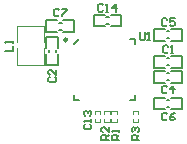
<source format=gto>
G04*
G04 #@! TF.GenerationSoftware,Altium Limited,Altium Designer,25.5.2 (35)*
G04*
G04 Layer_Color=14737632*
%FSLAX24Y24*%
%MOIN*%
G70*
G04*
G04 #@! TF.SameCoordinates,3B20E17A-DEC6-4BF0-B8A2-CF9C5BD55609*
G04*
G04*
G04 #@! TF.FilePolarity,Positive*
G04*
G01*
G75*
%ADD10C,0.0098*%
%ADD11C,0.0039*%
%ADD12C,0.0079*%
%ADD13C,0.0060*%
%ADD14C,0.0049*%
%ADD15C,0.0059*%
%ADD16C,0.0050*%
D10*
X-1250Y984D02*
G03*
X-1250Y984I-49J0D01*
G01*
D11*
X-2930Y147D02*
Y697D01*
Y147D02*
X-2030D01*
Y697D01*
Y897D02*
Y1447D01*
X-2930D02*
X-2030D01*
X-2930Y897D02*
Y1447D01*
D12*
X-1860Y571D02*
Y650D01*
X-1624Y571D02*
Y650D01*
X2077Y-364D02*
X2156D01*
X2077Y-128D02*
X2156D01*
X59Y1506D02*
X138D01*
X59Y1742D02*
X138D01*
X2077Y1264D02*
X2156D01*
X2077Y1028D02*
X2156D01*
X2077Y-1024D02*
X2156D01*
X2077Y-1260D02*
X2156D01*
X-1516Y1319D02*
X-1437D01*
X-1516Y1555D02*
X-1437D01*
X2077Y364D02*
X2156D01*
X2077Y128D02*
X2156D01*
D13*
X-1939Y148D02*
Y512D01*
Y709D02*
Y1073D01*
X-1545Y148D02*
Y512D01*
Y709D02*
Y1073D01*
X-1939D02*
X-1545D01*
X-1939Y148D02*
X-1545D01*
X1654Y-443D02*
Y-49D01*
X2579Y-443D02*
Y-49D01*
X2215Y-443D02*
X2579D01*
X1654D02*
X2018D01*
X2215Y-49D02*
X2579D01*
X1654D02*
X2018D01*
X-364Y1427D02*
Y1821D01*
X561Y1427D02*
Y1821D01*
X197Y1427D02*
X561D01*
X-364D02*
X0D01*
X197Y1821D02*
X561D01*
X-364D02*
X0D01*
X1654Y1343D02*
X2018D01*
X2215D02*
X2579D01*
X1654Y949D02*
X2018D01*
X2215D02*
X2579D01*
Y1343D01*
X1654Y949D02*
Y1343D01*
Y-945D02*
X2018D01*
X2215D02*
X2579D01*
X1654Y-1339D02*
X2018D01*
X2215D02*
X2579D01*
Y-945D01*
X1654Y-1339D02*
Y-945D01*
X-1378Y1240D02*
X-1014D01*
X-1939D02*
X-1575D01*
X-1378Y1634D02*
X-1014D01*
X-1939D02*
X-1575D01*
X-1939Y1240D02*
Y1634D01*
X-1014Y1240D02*
Y1634D01*
X1654Y443D02*
X2018D01*
X2215D02*
X2579D01*
X1654Y49D02*
X2018D01*
X2215D02*
X2579D01*
Y443D01*
X1654Y49D02*
Y443D01*
D14*
X937Y-1768D02*
X1110D01*
X937Y-1382D02*
X1110D01*
Y-1506D02*
Y-1382D01*
Y-1768D02*
Y-1644D01*
X937Y-1506D02*
Y-1382D01*
Y-1768D02*
Y-1644D01*
X-323Y-1768D02*
Y-1644D01*
Y-1506D02*
Y-1382D01*
X-150Y-1768D02*
Y-1644D01*
Y-1506D02*
Y-1382D01*
X-323D02*
X-150D01*
X-323Y-1768D02*
X-150D01*
X-8Y-1768D02*
Y-1644D01*
Y-1506D02*
Y-1382D01*
X165Y-1768D02*
Y-1644D01*
Y-1506D02*
Y-1382D01*
X-8D02*
X165D01*
X-8Y-1768D02*
X165D01*
X228D02*
Y-1644D01*
Y-1506D02*
Y-1382D01*
X402Y-1768D02*
Y-1644D01*
Y-1506D02*
Y-1382D01*
X228D02*
X402D01*
X228Y-1768D02*
X402D01*
D15*
X-1014Y856D02*
X-856Y1014D01*
X856D02*
X1014D01*
Y856D02*
Y1014D01*
Y-1014D02*
Y-856D01*
X856Y-1014D02*
X1014D01*
X-1014D02*
Y-856D01*
Y-1014D02*
X-856D01*
D16*
X-47Y2131D02*
X-89Y2172D01*
X-172D01*
X-214Y2131D01*
Y1964D01*
X-172Y1922D01*
X-89D01*
X-47Y1964D01*
X36Y1922D02*
X119D01*
X78D01*
Y2172D01*
X36Y2131D01*
X369Y1922D02*
Y2172D01*
X244Y2047D01*
X411D01*
X2084Y1658D02*
X2043Y1700D01*
X1959D01*
X1918Y1658D01*
Y1491D01*
X1959Y1450D01*
X2043D01*
X2084Y1491D01*
X2334Y1700D02*
X2168D01*
Y1575D01*
X2251Y1616D01*
X2293D01*
X2334Y1575D01*
Y1491D01*
X2293Y1450D01*
X2209D01*
X2168Y1491D01*
X1172Y1227D02*
Y1019D01*
X1214Y977D01*
X1297D01*
X1339Y1019D01*
Y1227D01*
X1422Y977D02*
X1505D01*
X1464D01*
Y1227D01*
X1422Y1186D01*
X-654Y-1839D02*
X-696Y-1880D01*
Y-1964D01*
X-654Y-2005D01*
X-488D01*
X-446Y-1964D01*
Y-1880D01*
X-488Y-1839D01*
X-446Y-1755D02*
Y-1672D01*
Y-1714D01*
X-696D01*
X-654Y-1755D01*
Y-1547D02*
X-696Y-1505D01*
Y-1422D01*
X-654Y-1381D01*
X-613D01*
X-571Y-1422D01*
Y-1464D01*
Y-1422D01*
X-529Y-1381D01*
X-488D01*
X-446Y-1422D01*
Y-1505D01*
X-488Y-1547D01*
X1149Y-2352D02*
X899D01*
Y-2227D01*
X940Y-2185D01*
X1024D01*
X1065Y-2227D01*
Y-2352D01*
Y-2268D02*
X1149Y-2185D01*
X940Y-2102D02*
X899Y-2060D01*
Y-1977D01*
X940Y-1935D01*
X982D01*
X1024Y-1977D01*
Y-2018D01*
Y-1977D01*
X1065Y-1935D01*
X1107D01*
X1149Y-1977D01*
Y-2060D01*
X1107Y-2102D01*
X145Y-2352D02*
X-105D01*
Y-2227D01*
X-64Y-2185D01*
X20D01*
X61Y-2227D01*
Y-2352D01*
Y-2268D02*
X145Y-2185D01*
Y-1935D02*
Y-2102D01*
X-22Y-1935D01*
X-64D01*
X-105Y-1977D01*
Y-2060D01*
X-64Y-2102D01*
X489Y-2352D02*
X239D01*
Y-2227D01*
X281Y-2185D01*
X364D01*
X406Y-2227D01*
Y-2352D01*
Y-2268D02*
X489Y-2185D01*
Y-2102D02*
Y-2018D01*
Y-2060D01*
X239D01*
X281Y-2102D01*
X2084Y-586D02*
X2043Y-544D01*
X1959D01*
X1918Y-586D01*
Y-753D01*
X1959Y-794D01*
X2043D01*
X2084Y-753D01*
X2293Y-794D02*
Y-544D01*
X2168Y-669D01*
X2334D01*
X-1835Y-266D02*
X-1877Y-307D01*
Y-391D01*
X-1835Y-432D01*
X-1669D01*
X-1627Y-391D01*
Y-307D01*
X-1669Y-266D01*
X-1627Y-16D02*
Y-182D01*
X-1794Y-16D01*
X-1835D01*
X-1877Y-57D01*
Y-141D01*
X-1835Y-182D01*
X2084Y-1491D02*
X2043Y-1450D01*
X1959D01*
X1918Y-1491D01*
Y-1658D01*
X1959Y-1700D01*
X2043D01*
X2084Y-1658D01*
X2334Y-1450D02*
X2251Y-1491D01*
X2168Y-1575D01*
Y-1658D01*
X2209Y-1700D01*
X2293D01*
X2334Y-1658D01*
Y-1616D01*
X2293Y-1575D01*
X2168D01*
X-3314Y621D02*
X-3064D01*
Y787D01*
Y871D02*
Y954D01*
Y912D01*
X-3314D01*
X-3272Y871D01*
X2126Y753D02*
X2084Y794D01*
X2001D01*
X1959Y753D01*
Y586D01*
X2001Y544D01*
X2084D01*
X2126Y586D01*
X2209Y544D02*
X2293D01*
X2251D01*
Y794D01*
X2209Y753D01*
X-1518Y1973D02*
X-1560Y2015D01*
X-1643D01*
X-1685Y1973D01*
Y1806D01*
X-1643Y1765D01*
X-1560D01*
X-1518Y1806D01*
X-1435Y2015D02*
X-1268D01*
Y1973D01*
X-1435Y1806D01*
Y1765D01*
M02*

</source>
